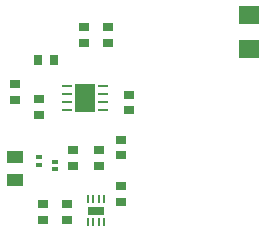
<source format=gbr>
G04 EAGLE Gerber RS-274X export*
G75*
%MOMM*%
%FSLAX34Y34*%
%LPD*%
%INSolderpaste Bottom*%
%IPPOS*%
%AMOC8*
5,1,8,0,0,1.08239X$1,22.5*%
G01*
%ADD10R,0.900000X0.700000*%
%ADD11R,0.806400X0.254000*%
%ADD12R,0.250000X0.700000*%
%ADD13R,1.370000X0.640000*%
%ADD14R,0.700000X0.900000*%
%ADD15R,1.400000X1.100000*%
%ADD16R,0.600000X0.350000*%
%ADD17R,1.803000X1.600000*%

G36*
X377573Y394337D02*
X377573Y394337D01*
X377575Y394336D01*
X377618Y394356D01*
X377662Y394374D01*
X377662Y394376D01*
X377664Y394377D01*
X377697Y394462D01*
X377697Y418338D01*
X377696Y418340D01*
X377697Y418342D01*
X377677Y418385D01*
X377659Y418429D01*
X377657Y418429D01*
X377656Y418431D01*
X377571Y418464D01*
X361569Y418464D01*
X361567Y418463D01*
X361565Y418464D01*
X361522Y418444D01*
X361478Y418426D01*
X361478Y418424D01*
X361476Y418423D01*
X361443Y418338D01*
X361443Y394462D01*
X361444Y394460D01*
X361443Y394458D01*
X361463Y394415D01*
X361481Y394371D01*
X361483Y394371D01*
X361484Y394369D01*
X361569Y394336D01*
X377571Y394336D01*
X377573Y394337D01*
G37*
D10*
X400050Y357990D03*
X400050Y370990D03*
X388620Y466240D03*
X388620Y453240D03*
X368300Y466240D03*
X368300Y453240D03*
D11*
X385096Y416306D03*
X385096Y409702D03*
X385096Y403098D03*
X385096Y396494D03*
X354044Y396494D03*
X354044Y403098D03*
X354044Y409702D03*
X354044Y416306D03*
D12*
X372110Y320540D03*
X376610Y320540D03*
X381110Y320540D03*
X385610Y320540D03*
X372110Y301040D03*
X376610Y301040D03*
X381110Y301040D03*
X385610Y301040D03*
D13*
X379110Y311040D03*
D10*
X381000Y362100D03*
X381000Y349100D03*
X359410Y362100D03*
X359410Y349100D03*
X354330Y316380D03*
X354330Y303380D03*
X400050Y331620D03*
X400050Y318620D03*
X309880Y417980D03*
X309880Y404980D03*
X330200Y405280D03*
X330200Y392280D03*
D14*
X343050Y438150D03*
X330050Y438150D03*
D15*
X309880Y356710D03*
X309880Y336710D03*
D10*
X334010Y303380D03*
X334010Y316380D03*
X406400Y409090D03*
X406400Y396090D03*
D16*
X330200Y356310D03*
X330200Y349810D03*
X344170Y346000D03*
X344170Y352500D03*
D17*
X508000Y448060D03*
X508000Y476500D03*
M02*

</source>
